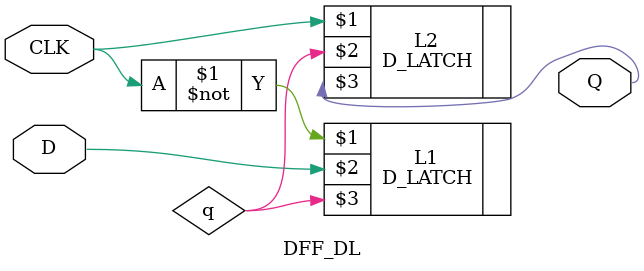
<source format=v>
`timescale 1ns / 1ps

// Author      : Venu Pabbuleti 
// ID          : N180116
//Branch       : ECE
//Project Name : RTL design using Verilog
//Design  Name : D FF Using D LATCH
//Module  Name : DFF_DL
//RGUKT NUZVID 
//////////////////////////////////////////////////////////////////////////////////


module DFF_DL(D,CLK,Q);
input CLK,D;
output Q;

wire q;
D_LATCH L1(~CLK,D,q);
D_LATCH L2(CLK,q,Q);
endmodule
</source>
